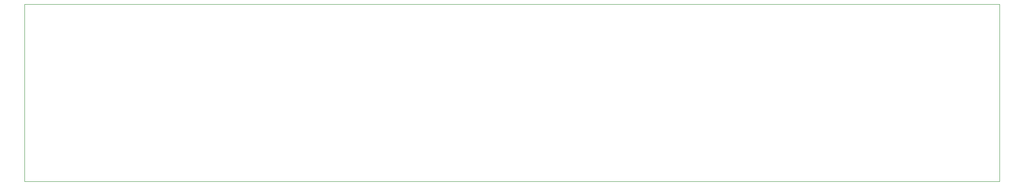
<source format=gbr>
%TF.GenerationSoftware,KiCad,Pcbnew,5.1.10*%
%TF.CreationDate,2021-09-20T11:14:50+10:00*%
%TF.ProjectId,MCB1,4d434231-2e6b-4696-9361-645f70636258,rev?*%
%TF.SameCoordinates,Original*%
%TF.FileFunction,Profile,NP*%
%FSLAX46Y46*%
G04 Gerber Fmt 4.6, Leading zero omitted, Abs format (unit mm)*
G04 Created by KiCad (PCBNEW 5.1.10) date 2021-09-20 11:14:50*
%MOMM*%
%LPD*%
G01*
G04 APERTURE LIST*
%TA.AperFunction,Profile*%
%ADD10C,0.050000*%
%TD*%
G04 APERTURE END LIST*
D10*
X59690000Y-106680000D02*
X255270000Y-106680000D01*
X255270000Y-71120000D02*
X59690000Y-71120000D01*
X255270000Y-106680000D02*
X255270000Y-71120000D01*
X59690000Y-106680000D02*
X64770000Y-106680000D01*
X59690000Y-71120000D02*
X59690000Y-106680000D01*
X64770000Y-71120000D02*
X59690000Y-71120000D01*
M02*

</source>
